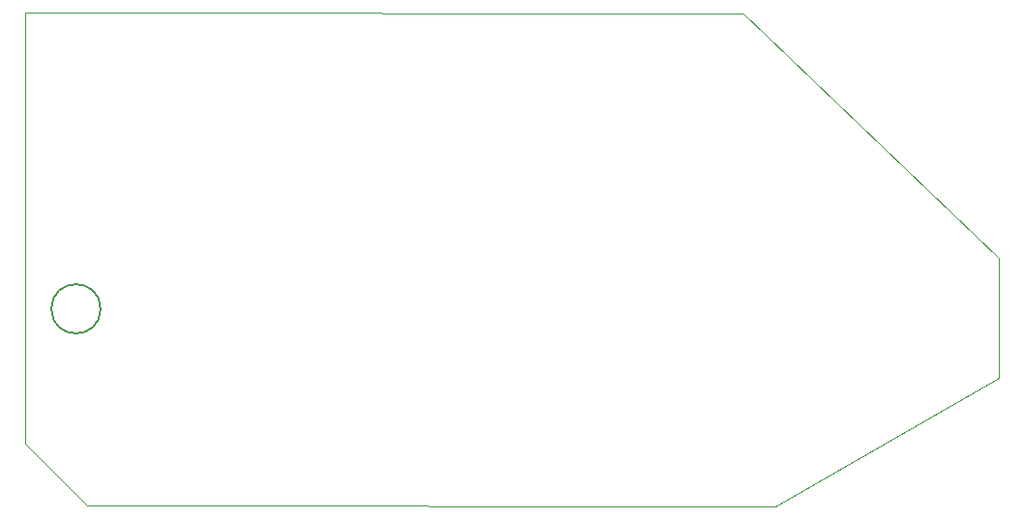
<source format=gbr>
%TF.GenerationSoftware,KiCad,Pcbnew,(6.0.9)*%
%TF.CreationDate,2023-01-06T08:23:56-09:00*%
%TF.ProjectId,ANT SEL PANEL,414e5420-5345-44c2-9050-414e454c2e6b,rev?*%
%TF.SameCoordinates,Original*%
%TF.FileFunction,Profile,NP*%
%FSLAX46Y46*%
G04 Gerber Fmt 4.6, Leading zero omitted, Abs format (unit mm)*
G04 Created by KiCad (PCBNEW (6.0.9)) date 2023-01-06 08:23:56*
%MOMM*%
%LPD*%
G01*
G04 APERTURE LIST*
%TA.AperFunction,Profile*%
%ADD10C,0.100000*%
%TD*%
%TA.AperFunction,Profile*%
%ADD11C,0.200000*%
%TD*%
G04 APERTURE END LIST*
D10*
X77600000Y-38300000D02*
X140450000Y-38425000D01*
D11*
X84213220Y-64255673D02*
G75*
G03*
X84213220Y-64255673I-2152650J0D01*
G01*
D10*
X143256000Y-81534000D02*
X83058000Y-81483200D01*
X162814000Y-59842400D02*
X162814000Y-70307200D01*
X77600000Y-76050000D02*
X77600000Y-38300000D01*
X83058000Y-81483200D02*
X77600000Y-76050000D01*
X162814000Y-70307200D02*
X143256000Y-81534000D01*
X140450000Y-38425000D02*
X162814000Y-59842400D01*
M02*

</source>
